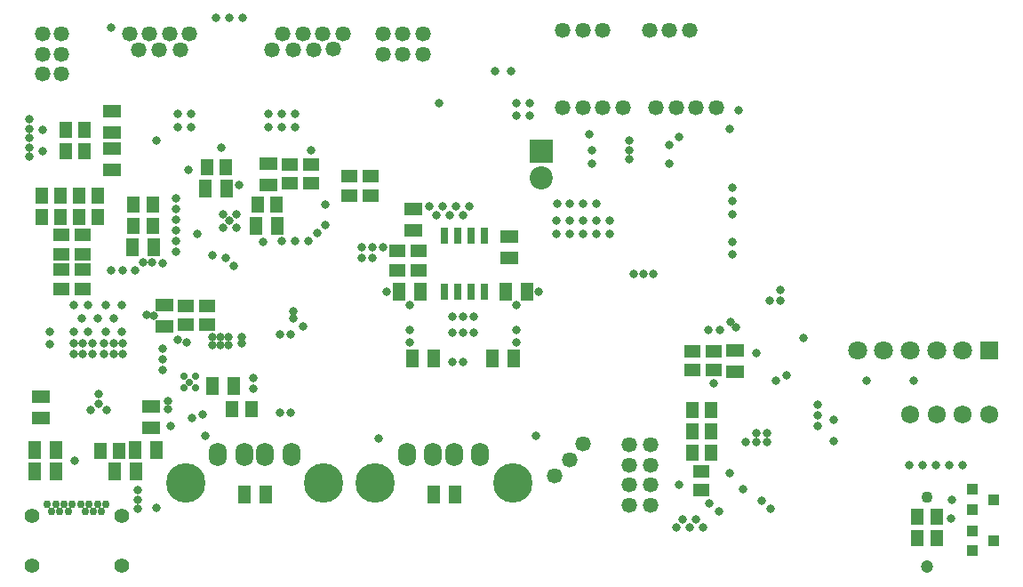
<source format=gbs>
%TF.GenerationSoftware,Altium Limited,CircuitMaker,2.0.2 (2.0.2.40)*%
G04 Layer_Color=8150272*
%FSLAX25Y25*%
%MOIN*%
%TF.SameCoordinates,55457101-24DF-47E6-B24E-7804918367A6*%
%TF.FilePolarity,Negative*%
%TF.FileFunction,Soldermask,Bot*%
%TF.Part,Single*%
G01*
G75*
%TA.AperFunction,WasherPad*%
%ADD81C,0.04724*%
%ADD82C,0.04331*%
%TA.AperFunction,SMDPad,CuDef*%
%ADD95R,0.04787X0.06587*%
%ADD96R,0.04724X0.06102*%
%ADD97R,0.06587X0.04787*%
%ADD98R,0.06102X0.04724*%
%ADD99R,0.03150X0.06299*%
%ADD100R,0.04331X0.03937*%
%TA.AperFunction,ComponentPad*%
%ADD101R,0.08661X0.08661*%
%ADD102C,0.08661*%
%ADD103R,0.07087X0.07087*%
%ADD104C,0.07087*%
%ADD105C,0.06787*%
%ADD106C,0.02953*%
%ADD107C,0.05512*%
%ADD108C,0.14787*%
%ADD109O,0.06787X0.08787*%
%TA.AperFunction,ViaPad*%
%ADD110C,0.03187*%
%ADD111C,0.02756*%
%ADD112C,0.03150*%
%ADD113C,0.05787*%
D81*
X346457Y5512D02*
D03*
D82*
Y31496D02*
D03*
D95*
X56500Y125000D02*
D03*
X48500D02*
D03*
X12000Y49000D02*
D03*
X20000D02*
D03*
X49500D02*
D03*
X57500D02*
D03*
X86500Y73000D02*
D03*
X78500D02*
D03*
X76000Y147000D02*
D03*
X84000D02*
D03*
X95000Y133000D02*
D03*
X103000D02*
D03*
X148500Y108500D02*
D03*
X156500D02*
D03*
X196500D02*
D03*
X188500D02*
D03*
X153500Y83500D02*
D03*
X161500D02*
D03*
X191500D02*
D03*
X183500D02*
D03*
X50000Y41000D02*
D03*
X42000D02*
D03*
X90500Y32500D02*
D03*
X98500D02*
D03*
X161500D02*
D03*
X169500D02*
D03*
X20000Y41000D02*
D03*
X12000D02*
D03*
D96*
X56043Y133000D02*
D03*
X48957D02*
D03*
X56043Y141000D02*
D03*
X48957D02*
D03*
X23457Y169000D02*
D03*
X30543D02*
D03*
X23457Y161000D02*
D03*
X30543D02*
D03*
X14457Y144500D02*
D03*
X21543D02*
D03*
X21543Y136500D02*
D03*
X14457D02*
D03*
X28457Y144500D02*
D03*
X35543D02*
D03*
Y136500D02*
D03*
X28457D02*
D03*
X43543Y48874D02*
D03*
X36457D02*
D03*
X93043Y64500D02*
D03*
X85957D02*
D03*
X83543Y155000D02*
D03*
X76457D02*
D03*
X102543Y141000D02*
D03*
X95457D02*
D03*
X265543Y56000D02*
D03*
X258457D02*
D03*
X265543Y48000D02*
D03*
X258457D02*
D03*
X342957Y24000D02*
D03*
X350043D02*
D03*
X342957Y16000D02*
D03*
X350043D02*
D03*
X258457Y64000D02*
D03*
X265543D02*
D03*
D97*
X41000Y168000D02*
D03*
Y176000D02*
D03*
Y154000D02*
D03*
Y162000D02*
D03*
X14250Y61000D02*
D03*
Y69000D02*
D03*
X55500Y57500D02*
D03*
Y65500D02*
D03*
X99500Y156500D02*
D03*
Y148500D02*
D03*
X154000Y139500D02*
D03*
Y131500D02*
D03*
X190000Y129000D02*
D03*
Y121000D02*
D03*
X274500Y78500D02*
D03*
Y86500D02*
D03*
X60500Y95500D02*
D03*
Y103500D02*
D03*
D98*
X30000Y122457D02*
D03*
Y129543D02*
D03*
X22000Y122457D02*
D03*
Y129543D02*
D03*
X30000Y116543D02*
D03*
Y109457D02*
D03*
X22000D02*
D03*
Y116543D02*
D03*
X107500Y148957D02*
D03*
Y156043D02*
D03*
X115500Y148957D02*
D03*
Y156043D02*
D03*
X130000Y144457D02*
D03*
Y151543D02*
D03*
X138000D02*
D03*
Y144457D02*
D03*
X148000Y123543D02*
D03*
Y116457D02*
D03*
X156000Y116457D02*
D03*
Y123543D02*
D03*
X258500Y86043D02*
D03*
Y78957D02*
D03*
X266500D02*
D03*
Y86043D02*
D03*
X262000Y33957D02*
D03*
Y41043D02*
D03*
X76500Y95957D02*
D03*
Y103043D02*
D03*
X68500Y95957D02*
D03*
Y103043D02*
D03*
D99*
X180500Y108500D02*
D03*
X175500D02*
D03*
X170500D02*
D03*
X165500D02*
D03*
X180500Y129500D02*
D03*
X175500D02*
D03*
X170500D02*
D03*
X165500D02*
D03*
D100*
X363563Y26760D02*
D03*
Y34240D02*
D03*
X371437Y30500D02*
D03*
X363563Y11260D02*
D03*
Y18740D02*
D03*
X371437Y15000D02*
D03*
D101*
X202000Y161000D02*
D03*
D102*
Y151000D02*
D03*
D103*
X369713Y86500D02*
D03*
D104*
X359870D02*
D03*
X350028D02*
D03*
X340185D02*
D03*
X330343D02*
D03*
X320500D02*
D03*
D105*
X369764Y62500D02*
D03*
X359921D02*
D03*
X350079D02*
D03*
X340236D02*
D03*
D106*
X25984Y28858D02*
D03*
X24409Y26102D02*
D03*
X22835Y28858D02*
D03*
X21260Y26102D02*
D03*
X19685Y28858D02*
D03*
X29134D02*
D03*
X30709Y26102D02*
D03*
X32283Y28858D02*
D03*
X33858Y26102D02*
D03*
X35433Y28858D02*
D03*
X38583Y28740D02*
D03*
X37008Y25984D02*
D03*
X18110Y26102D02*
D03*
X16535Y28858D02*
D03*
D107*
X44370Y24331D02*
D03*
X10748D02*
D03*
Y5709D02*
D03*
X44370D02*
D03*
D108*
X68638Y36629D02*
D03*
X120338D02*
D03*
X139504D02*
D03*
X191204D02*
D03*
D109*
X80638Y47229D02*
D03*
X90438D02*
D03*
X98338D02*
D03*
X108038D02*
D03*
X151504D02*
D03*
X161304D02*
D03*
X169204D02*
D03*
X178904D02*
D03*
D110*
X168500Y99000D02*
D03*
X172500D02*
D03*
X176500D02*
D03*
X168500Y93000D02*
D03*
X172500D02*
D03*
X176500D02*
D03*
X235000Y161500D02*
D03*
Y165043D02*
D03*
Y157957D02*
D03*
X14942Y161000D02*
D03*
Y169000D02*
D03*
X273500Y127000D02*
D03*
X163500Y179000D02*
D03*
X192500D02*
D03*
Y174500D02*
D03*
X197500D02*
D03*
Y179000D02*
D03*
X90000Y211000D02*
D03*
X85000D02*
D03*
X80000D02*
D03*
X109500Y170000D02*
D03*
X104500D02*
D03*
X99500D02*
D03*
X109500Y175000D02*
D03*
X104500D02*
D03*
X99500D02*
D03*
X65500D02*
D03*
Y170000D02*
D03*
X70500D02*
D03*
Y175000D02*
D03*
X10000Y159000D02*
D03*
Y162500D02*
D03*
Y166000D02*
D03*
Y169500D02*
D03*
Y173000D02*
D03*
X50500Y27000D02*
D03*
Y30500D02*
D03*
Y34000D02*
D03*
X260000Y23000D02*
D03*
X255000D02*
D03*
X341500Y75000D02*
D03*
X324000D02*
D03*
X294000Y77000D02*
D03*
X200000Y54500D02*
D03*
X33000Y64000D02*
D03*
X57500Y27500D02*
D03*
X276000Y176500D02*
D03*
X262500Y20000D02*
D03*
X257500D02*
D03*
X252500D02*
D03*
X360000Y43500D02*
D03*
X355000D02*
D03*
X350000D02*
D03*
X345000D02*
D03*
X340000D02*
D03*
X277500Y34500D02*
D03*
X286500Y55500D02*
D03*
X282500D02*
D03*
X286500Y52000D02*
D03*
X282500D02*
D03*
X278500D02*
D03*
X287500Y105000D02*
D03*
X291500D02*
D03*
Y109000D02*
D03*
X273500Y122500D02*
D03*
Y147500D02*
D03*
Y142500D02*
D03*
Y137500D02*
D03*
X227500Y130000D02*
D03*
Y135000D02*
D03*
X207500Y130000D02*
D03*
X212500D02*
D03*
X217500D02*
D03*
X222500D02*
D03*
Y135000D02*
D03*
X217500D02*
D03*
X212500D02*
D03*
X207500D02*
D03*
X175000Y140500D02*
D03*
X170000D02*
D03*
X172500Y137000D02*
D03*
X167500D02*
D03*
X162500D02*
D03*
X165000Y140500D02*
D03*
X160000D02*
D03*
X236375Y115000D02*
D03*
X240250D02*
D03*
X244000Y115000D02*
D03*
X208000Y141500D02*
D03*
X212500D02*
D03*
X217500D02*
D03*
X222500D02*
D03*
X84500Y88500D02*
D03*
X81500D02*
D03*
X78500D02*
D03*
Y91500D02*
D03*
X81500D02*
D03*
X84500D02*
D03*
X56500Y99500D02*
D03*
X54006Y99673D02*
D03*
X69000Y89500D02*
D03*
X89500Y89000D02*
D03*
Y91500D02*
D03*
X65500Y90500D02*
D03*
X138500Y121000D02*
D03*
X134500D02*
D03*
X138500Y125000D02*
D03*
X142500D02*
D03*
X134500D02*
D03*
X109000Y98500D02*
D03*
Y101000D02*
D03*
X112500Y95500D02*
D03*
X97500Y127000D02*
D03*
X62000Y64500D02*
D03*
Y67500D02*
D03*
X56000Y119500D02*
D03*
X52500D02*
D03*
X60000Y119000D02*
D03*
X184500Y191000D02*
D03*
X121000Y133500D02*
D03*
X141000Y53500D02*
D03*
X172500Y82000D02*
D03*
X168500D02*
D03*
X300081Y91000D02*
D03*
X17500Y93396D02*
D03*
Y88650D02*
D03*
X273000Y97000D02*
D03*
X275000Y95000D02*
D03*
X94000Y76000D02*
D03*
X76000Y54500D02*
D03*
X63000Y58000D02*
D03*
X39000Y64000D02*
D03*
X94000Y72000D02*
D03*
X73000Y130000D02*
D03*
X115500Y161500D02*
D03*
X82000Y162500D02*
D03*
X40500Y207500D02*
D03*
X144000Y108500D02*
D03*
X152500Y94000D02*
D03*
Y103500D02*
D03*
X192500Y94000D02*
D03*
Y103500D02*
D03*
X201000Y108500D02*
D03*
X152500Y89500D02*
D03*
X192500D02*
D03*
X253500Y36000D02*
D03*
X290000Y75000D02*
D03*
X282500Y85405D02*
D03*
X355500Y23500D02*
D03*
X269000Y94000D02*
D03*
X264500D02*
D03*
X284500Y30000D02*
D03*
X272500Y40500D02*
D03*
X268500Y26000D02*
D03*
X265000Y29000D02*
D03*
X288000Y27000D02*
D03*
X266500Y74000D02*
D03*
X220000Y167500D02*
D03*
X221000Y156500D02*
D03*
Y161500D02*
D03*
X311500Y52500D02*
D03*
Y60500D02*
D03*
X78500Y122000D02*
D03*
X49500Y116500D02*
D03*
X108000Y92500D02*
D03*
X104000D02*
D03*
X108000Y63000D02*
D03*
X104000D02*
D03*
X75000Y62500D02*
D03*
X69500Y154000D02*
D03*
X86500Y118000D02*
D03*
X83463Y121000D02*
D03*
X305500Y58000D02*
D03*
Y62000D02*
D03*
Y66000D02*
D03*
X71000Y61000D02*
D03*
X356000Y30500D02*
D03*
X60000Y87000D02*
D03*
Y83000D02*
D03*
Y79000D02*
D03*
X45000Y116500D02*
D03*
X40500D02*
D03*
X57500Y165000D02*
D03*
X65000Y131500D02*
D03*
Y123500D02*
D03*
X27000Y45000D02*
D03*
X36000Y66500D02*
D03*
Y70000D02*
D03*
X88500Y148500D02*
D03*
X250000Y163500D02*
D03*
Y156500D02*
D03*
X65000Y143500D02*
D03*
Y139500D02*
D03*
Y135500D02*
D03*
Y127500D02*
D03*
X82500Y137500D02*
D03*
X87500D02*
D03*
X82500Y132500D02*
D03*
X87500D02*
D03*
X85000Y135000D02*
D03*
X272500Y169500D02*
D03*
X253500Y166500D02*
D03*
X190500Y191000D02*
D03*
X109500Y127500D02*
D03*
X114500D02*
D03*
X118000Y130500D02*
D03*
X104500Y127500D02*
D03*
X121000Y141000D02*
D03*
D111*
X72165Y76665D02*
D03*
Y72335D02*
D03*
X70000Y74500D02*
D03*
X67835Y76665D02*
D03*
Y72335D02*
D03*
D112*
X26433Y84925D02*
D03*
X33433D02*
D03*
X29933D02*
D03*
X26433Y88925D02*
D03*
X29933D02*
D03*
X33433D02*
D03*
X37933Y84925D02*
D03*
X44933D02*
D03*
X41433D02*
D03*
X37933Y88925D02*
D03*
X41433D02*
D03*
X44933D02*
D03*
X26433Y93425D02*
D03*
X44433D02*
D03*
X31933D02*
D03*
X38433D02*
D03*
X26433Y103425D02*
D03*
X31933D02*
D03*
X44433D02*
D03*
X38433D02*
D03*
X29433Y98425D02*
D03*
X35433D02*
D03*
X41433D02*
D03*
D113*
X207000Y39500D02*
D03*
X212500Y45500D02*
D03*
X217500Y51500D02*
D03*
X243000Y51000D02*
D03*
Y43500D02*
D03*
Y36000D02*
D03*
Y28500D02*
D03*
X235000D02*
D03*
Y36000D02*
D03*
Y43500D02*
D03*
Y51000D02*
D03*
X257500Y206500D02*
D03*
X250000D02*
D03*
X242500D02*
D03*
X245000Y177500D02*
D03*
X252500D02*
D03*
X260000D02*
D03*
X267500D02*
D03*
X232500D02*
D03*
X225000D02*
D03*
X217500D02*
D03*
X210000D02*
D03*
X225000Y206500D02*
D03*
X217500D02*
D03*
X210000D02*
D03*
X15000Y205000D02*
D03*
Y197500D02*
D03*
Y190000D02*
D03*
X22000Y205000D02*
D03*
Y197500D02*
D03*
Y190000D02*
D03*
X47500Y205000D02*
D03*
X55000D02*
D03*
X62500D02*
D03*
X70000D02*
D03*
X51000Y199000D02*
D03*
X58500D02*
D03*
X66500D02*
D03*
X127500Y205000D02*
D03*
X120000D02*
D03*
X112500D02*
D03*
X105000D02*
D03*
X124000Y199500D02*
D03*
X116500Y199000D02*
D03*
X109000D02*
D03*
X101000D02*
D03*
X142500Y205000D02*
D03*
X150000D02*
D03*
X157500D02*
D03*
X142500Y197500D02*
D03*
X150000D02*
D03*
X157500D02*
D03*
%TF.MD5,e7938b4a519806c212e6ce08caeb1aca*%
M02*

</source>
